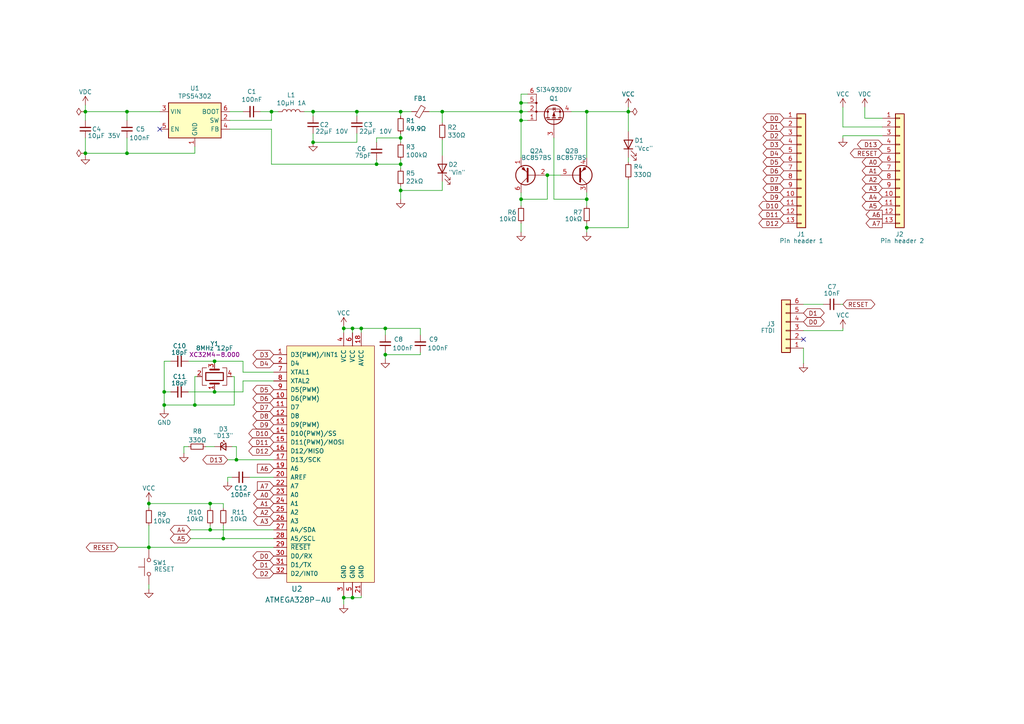
<source format=kicad_sch>
(kicad_sch (version 20211123) (generator eeschema)
  (paper "A4")
  (title_block (title "ATMEGA328P-AU Breadboard Adapter") (date "2023-03-04") (company "Retronics - Bjørner Sandom"))
  (lib_symbols
    (symbol "Connector_Generic:Conn_01x06" (pin_names (offset 1.016) hide)
      (property "Reference" "J" (at 0 7.62 0))
      (property "Value" "Conn_01x06" (at 0 -10.16 0))
      (symbol "Conn_01x06_1_1"
        (rectangle (start -1.27 -7.493) (end 0 -7.747) (stroke (width 0.1524)))
        (rectangle (start -1.27 -4.953) (end 0 -5.207) (stroke (width 0.1524)))
        (rectangle (start -1.27 -2.413) (end 0 -2.667) (stroke (width 0.1524)))
        (rectangle (start -1.27 0.127) (end 0 -0.127) (stroke (width 0.1524)))
        (rectangle (start -1.27 2.667) (end 0 2.413) (stroke (width 0.1524)))
        (rectangle (start -1.27 5.207) (end 0 4.953) (stroke (width 0.1524)))
        (rectangle (start -1.27 6.35) (end 1.27 -8.89) (stroke (width 0.254)) (fill (type background)))
        (pin passive line (at -5.08 5.08 0) (length 3.81) (name "Pin_1") (number "1"))
        (pin passive line (at -5.08 2.54 0) (length 3.81) (name "Pin_2") (number "2"))
        (pin passive line (at -5.08 0 0) (length 3.81) (name "Pin_3") (number "3"))
        (pin passive line (at -5.08 -2.54 0) (length 3.81) (name "Pin_4") (number "4"))
        (pin passive line (at -5.08 -5.08 0) (length 3.81) (name "Pin_5") (number "5"))
        (pin passive line (at -5.08 -7.62 0) (length 3.81) (name "Pin_6") (number "6"))
      )
    )
    (symbol "Connector_Generic:Conn_01x13" (pin_names (offset 1.016) hide)
      (property "Reference" "J" (at 0 17.78 0))
      (property "Value" "Conn_01x13" (at 0 -17.78 0))
      (symbol "Conn_01x13_1_1"
        (rectangle (start -1.27 -15.113) (end 0 -15.367) (stroke (width 0.1524)))
        (rectangle (start -1.27 -12.573) (end 0 -12.827) (stroke (width 0.1524)))
        (rectangle (start -1.27 -10.033) (end 0 -10.287) (stroke (width 0.1524)))
        (rectangle (start -1.27 -7.493) (end 0 -7.747) (stroke (width 0.1524)))
        (rectangle (start -1.27 -4.953) (end 0 -5.207) (stroke (width 0.1524)))
        (rectangle (start -1.27 -2.413) (end 0 -2.667) (stroke (width 0.1524)))
        (rectangle (start -1.27 0.127) (end 0 -0.127) (stroke (width 0.1524)))
        (rectangle (start -1.27 2.667) (end 0 2.413) (stroke (width 0.1524)))
        (rectangle (start -1.27 5.207) (end 0 4.953) (stroke (width 0.1524)))
        (rectangle (start -1.27 7.747) (end 0 7.493) (stroke (width 0.1524)))
        (rectangle (start -1.27 10.287) (end 0 10.033) (stroke (width 0.1524)))
        (rectangle (start -1.27 12.827) (end 0 12.573) (stroke (width 0.1524)))
        (rectangle (start -1.27 15.367) (end 0 15.113) (stroke (width 0.1524)))
        (rectangle (start -1.27 16.51) (end 1.27 -16.51) (stroke (width 0.254)) (fill (type background)))
        (pin passive line (at -5.08 15.24 0) (length 3.81) (name "Pin_1") (number "1"))
        (pin passive line (at -5.08 -7.62 0) (length 3.81) (name "Pin_10") (number "10"))
        (pin passive line (at -5.08 -10.16 0) (length 3.81) (name "Pin_11") (number "11"))
        (pin passive line (at -5.08 -12.7 0) (length 3.81) (name "Pin_12") (number "12"))
        (pin passive line (at -5.08 -15.24 0) (length 3.81) (name "Pin_13") (number "13"))
        (pin passive line (at -5.08 12.7 0) (length 3.81) (name "Pin_2") (number "2"))
        (pin passive line (at -5.08 10.16 0) (length 3.81) (name "Pin_3") (number "3"))
        (pin passive line (at -5.08 7.62 0) (length 3.81) (name "Pin_4") (number "4"))
        (pin passive line (at -5.08 5.08 0) (length 3.81) (name "Pin_5") (number "5"))
        (pin passive line (at -5.08 2.54 0) (length 3.81) (name "Pin_6") (number "6"))
        (pin passive line (at -5.08 0 0) (length 3.81) (name "Pin_7") (number "7"))
        (pin passive line (at -5.08 -2.54 0) (length 3.81) (name "Pin_8") (number "8"))
        (pin passive line (at -5.08 -5.08 0) (length 3.81) (name "Pin_9") (number "9"))
      )
    )
    (symbol "Device:C_Small" (pin_numbers hide) (pin_names (offset 0.254) hide)
      (property "Reference" "C" (at 0.254 1.778 0))
      (property "Value" "C_Small" (at 0.254 -2.032 0))
      (symbol "C_Small_0_1"
        (polyline (pts (xy -1.524 -0.508) (xy 1.524 -0.508)) (stroke (width 0.3302)))
        (polyline (pts (xy -1.524 0.508) (xy 1.524 0.508)) (stroke (width 0.3048)))
      )
      (symbol "C_Small_1_1"
        (pin passive line (at 0 2.54 270) (length 2.032) (name "~") (number "1"))
        (pin passive line (at 0 -2.54 90) (length 2.032) (name "~") (number "2"))
      )
    )
    (symbol "Device:Crystal_GND24" (pin_names (offset 1.016) hide)
      (property "Reference" "Y" (at 3.175 5.08 0))
      (property "Value" "Crystal_GND24" (at 3.175 3.175 0))
      (symbol "Crystal_GND24_0_1"
        (rectangle (start -1.143 2.54) (end 1.143 -2.54) (stroke (width 0.3048)))
        (polyline (pts (xy -2.54 0) (xy -2.032 0)))
        (polyline (pts (xy -2.032 -1.27) (xy -2.032 1.27)) (stroke (width 0.508)))
        (polyline (pts (xy 0 -3.81) (xy 0 -3.556)))
        (polyline (pts (xy 0 3.556) (xy 0 3.81)))
        (polyline (pts (xy 2.032 -1.27) (xy 2.032 1.27)) (stroke (width 0.508)))
        (polyline (pts (xy 2.032 0) (xy 2.54 0)))
        (polyline (pts (xy -2.54 -2.286) (xy -2.54 -3.556) (xy 2.54 -3.556) (xy 2.54 -2.286)))
        (polyline (pts (xy -2.54 2.286) (xy -2.54 3.556) (xy 2.54 3.556) (xy 2.54 2.286)))
      )
      (symbol "Crystal_GND24_1_1"
        (pin passive line (at -3.81 0 0) (length 1.27) (name "1") (number "1"))
        (pin passive line (at 0 5.08 270) (length 1.27) (name "2") (number "2"))
        (pin passive line (at 3.81 0 180) (length 1.27) (name "3") (number "3"))
        (pin passive line (at 0 -5.08 90) (length 1.27) (name "4") (number "4"))
      )
    )
    (symbol "Device:FerriteBead_Small" (pin_numbers hide) (pin_names (offset 0))
      (property "Reference" "FB" (at 1.905 1.27 0))
      (property "Value" "FerriteBead_Small" (at 1.905 -1.27 0))
      (symbol "FerriteBead_Small_0_1"
        (polyline (pts (xy 0 -1.27) (xy 0 -0.7874)))
        (polyline (pts (xy 0 0.889) (xy 0 1.2954)))
        (polyline (pts (xy -1.8288 0.2794) (xy -1.1176 1.4986) (xy 1.8288 -0.2032) (xy 1.1176 -1.4224) (xy -1.8288 0.2794)))
      )
      (symbol "FerriteBead_Small_1_1"
        (pin passive line (at 0 2.54 270) (length 1.27) (name "~") (number "1"))
        (pin passive line (at 0 -2.54 90) (length 1.27) (name "~") (number "2"))
      )
    )
    (symbol "Device:L" (pin_numbers hide) (pin_names (offset 1.016) hide)
      (property "Reference" "L" (at -1.27 0 90))
      (property "Value" "L" (at 1.905 0 90))
      (symbol "L_0_1"
        (arc (start 0 -2.54) (mid 0.635 -1.905) (end 0 -1.27))
        (arc (start 0 -1.27) (mid 0.635 -0.635) (end 0 0))
        (arc (start 0 0) (mid 0.635 0.635) (end 0 1.27))
        (arc (start 0 1.27) (mid 0.635 1.905) (end 0 2.54))
      )
      (symbol "L_1_1"
        (pin passive line (at 0 3.81 270) (length 1.27) (name "1") (number "1"))
        (pin passive line (at 0 -3.81 90) (length 1.27) (name "2") (number "2"))
      )
    )
    (symbol "Device:LED" (pin_numbers hide) (pin_names (offset 1.016) hide)
      (property "Reference" "D" (at 0 2.54 0))
      (property "Value" "LED" (at 0 -2.54 0))
      (symbol "LED_0_1"
        (polyline (pts (xy -1.27 -1.27) (xy -1.27 1.27)) (stroke (width 0.254)))
        (polyline (pts (xy -1.27 0) (xy 1.27 0)))
        (polyline (pts (xy 1.27 -1.27) (xy 1.27 1.27) (xy -1.27 0) (xy 1.27 -1.27)) (stroke (width 0.254)))
        (polyline (pts (xy -3.048 -0.762) (xy -4.572 -2.286) (xy -3.81 -2.286) (xy -4.572 -2.286) (xy -4.572 -1.524)))
        (polyline (pts (xy -1.778 -0.762) (xy -3.302 -2.286) (xy -2.54 -2.286) (xy -3.302 -2.286) (xy -3.302 -1.524)))
      )
      (symbol "LED_1_1"
        (pin passive line (at -3.81 0 0) (length 2.54) (name "K") (number "1"))
        (pin passive line (at 3.81 0 180) (length 2.54) (name "A") (number "2"))
      )
    )
    (symbol "Device:LED_Small" (pin_numbers hide) (pin_names (offset 0.254) hide)
      (property "Reference" "D" (at -1.27 3.175 0))
      (property "Value" "LED_Small" (at -4.445 -2.54 0))
      (symbol "LED_Small_0_1"
        (polyline (pts (xy -0.762 -1.016) (xy -0.762 1.016)) (stroke (width 0.254)))
        (polyline (pts (xy 1.016 0) (xy -0.762 0)))
        (polyline (pts (xy 0.762 -1.016) (xy -0.762 0) (xy 0.762 1.016) (xy 0.762 -1.016)) (stroke (width 0.254)))
        (polyline (pts (xy 0 0.762) (xy -0.508 1.27) (xy -0.254 1.27) (xy -0.508 1.27) (xy -0.508 1.016)))
        (polyline (pts (xy 0.508 1.27) (xy 0 1.778) (xy 0.254 1.778) (xy 0 1.778) (xy 0 1.524)))
      )
      (symbol "LED_Small_1_1"
        (pin passive line (at -2.54 0 0) (length 1.778) (name "K") (number "1"))
        (pin passive line (at 2.54 0 180) (length 1.778) (name "A") (number "2"))
      )
    )
    (symbol "Device:R_Small" (pin_numbers hide) (pin_names (offset 0.254) hide)
      (property "Reference" "R" (at 0.762 0.508 0))
      (property "Value" "R_Small" (at 0.762 -1.016 0))
      (symbol "R_Small_0_1"
        (rectangle (start -0.762 1.778) (end 0.762 -1.778) (stroke (width 0.2032)))
      )
      (symbol "R_Small_1_1"
        (pin passive line (at 0 2.54 270) (length 0.762) (name "~") (number "1"))
        (pin passive line (at 0 -2.54 90) (length 0.762) (name "~") (number "2"))
      )
    )
    (symbol "Regulator_Switching:TPS54302"
      (property "Reference" "U" (at -7.62 6.35 0))
      (property "Value" "TPS54302" (at 0 6.35 0))
      (symbol "TPS54302_0_1"
        (rectangle (start -7.62 5.08) (end 7.62 -5.08) (stroke (width 0.254)) (fill (type background)))
      )
      (symbol "TPS54302_1_1"
        (pin power_in line (at 0 -7.62 90) (length 2.54) (name "GND") (number "1"))
        (pin power_out line (at 10.16 0 180) (length 2.54) (name "SW") (number "2"))
        (pin power_in line (at -10.16 2.54 0) (length 2.54) (name "VIN") (number "3"))
        (pin input line (at 10.16 -2.54 180) (length 2.54) (name "FB") (number "4"))
        (pin input line (at -10.16 -2.54 0) (length 2.54) (name "EN") (number "5"))
        (pin passive line (at 10.16 2.54 180) (length 2.54) (name "BOOT") (number "6"))
      )
    )
    (symbol "Switch:SW_Push" (pin_numbers hide) (pin_names (offset 1.016) hide)
      (property "Reference" "SW" (at 1.27 2.54 0))
      (property "Value" "SW_Push" (at 0 -1.524 0))
      (symbol "SW_Push_0_1"
        (circle (center -2.032 0) (radius 0.508))
        (polyline (pts (xy 0 1.27) (xy 0 3.048)))
        (polyline (pts (xy 2.54 1.27) (xy -2.54 1.27)))
        (circle (center 2.032 0) (radius 0.508))
        (pin passive line (at -5.08 0 0) (length 2.54) (name "1") (number "1"))
        (pin passive line (at 5.08 0 180) (length 2.54) (name "2") (number "2"))
      )
    )
    (symbol "Transistor_BJT:BC857BS" (pin_names (offset 0) hide)
      (property "Reference" "Q" (at 5.08 1.27 0))
      (property "Value" "BC857BS" (at 5.08 -1.27 0))
      (symbol "BC857BS_0_1"
        (polyline (pts (xy 0.635 0) (xy -2.54 0)))
        (polyline (pts (xy 0.635 0.635) (xy 2.54 2.54)))
        (polyline (pts (xy 0.635 -0.635) (xy 2.54 -2.54) (xy 2.54 -2.54)))
        (polyline (pts (xy 0.635 1.905) (xy 0.635 -1.905) (xy 0.635 -1.905)) (stroke (width 0.508)))
        (polyline (pts (xy 2.286 -1.778) (xy 1.778 -2.286) (xy 1.27 -1.27) (xy 2.286 -1.778) (xy 2.286 -1.778)) (fill (type outline)))
        (circle (center 1.27 0) (radius 2.8194) (stroke (width 0.254)))
      )
      (symbol "BC857BS_1_1"
        (pin passive line (at 2.54 -5.08 90) (length 2.54) (name "E1") (number "1"))
        (pin input line (at -5.08 0 0) (length 2.54) (name "B1") (number "2"))
        (pin passive line (at 2.54 5.08 270) (length 2.54) (name "C1") (number "6"))
      )
      (symbol "BC857BS_2_1"
        (pin passive line (at 2.54 5.08 270) (length 2.54) (name "C2") (number "3"))
        (pin passive line (at 2.54 -5.08 90) (length 2.54) (name "E2") (number "4"))
        (pin input line (at -5.08 0 0) (length 2.54) (name "B2") (number "5"))
      )
    )
    (symbol "myDevices:ATMEGA328P-AU_Arduino" (pin_names (offset 1.016))
      (property "Reference" "U" (at -8.89 38.1 0))
      (property "Value" "ATMEGA328P-AU_Arduino" (at 13.97 1.27 90))
      (symbol "ATMEGA328P-AU_Arduino_0_1"
        (rectangle (start 16.51 35.56) (end -8.89 -33.02) (fill (type background)))
      )
      (symbol "ATMEGA328P-AU_Arduino_1_1"
        (pin bidirectional line (at -12.7 33.02 0) (length 3.81) (name "D3(PWM)/INT1") (number "1"))
        (pin bidirectional line (at -12.7 20.32 0) (length 3.81) (name "D6(PWM)") (number "10"))
        (pin bidirectional line (at -12.7 17.78 0) (length 3.81) (name "D7") (number "11"))
        (pin bidirectional line (at -12.7 15.24 0) (length 3.81) (name "D8") (number "12"))
        (pin bidirectional line (at -12.7 12.7 0) (length 3.81) (name "D9(PWM)") (number "13"))
        (pin bidirectional line (at -12.7 10.16 0) (length 3.81) (name "D10(PWM)/SS") (number "14"))
        (pin bidirectional line (at -12.7 7.62 0) (length 3.81) (name "D11(PWM)/MOSI") (number "15"))
        (pin bidirectional line (at -12.7 5.08 0) (length 3.81) (name "D12/MISO") (number "16"))
        (pin bidirectional line (at -12.7 2.54 0) (length 3.81) (name "D13/SCK") (number "17"))
        (pin power_in line (at 12.7 39.37 270) (length 3.81) (name "AVCC") (number "18"))
        (pin input line (at -12.7 0 0) (length 3.81) (name "A6") (number "19"))
        (pin bidirectional line (at -12.7 30.48 0) (length 3.81) (name "D4") (number "2"))
        (pin input line (at -12.7 -2.54 0) (length 3.81) (name "AREF") (number "20"))
        (pin power_in line (at 12.7 -36.83 90) (length 3.81) (name "GND") (number "21"))
        (pin input line (at -12.7 -5.08 0) (length 3.81) (name "A7") (number "22"))
        (pin bidirectional line (at -12.7 -7.62 0) (length 3.81) (name "A0") (number "23"))
        (pin bidirectional line (at -12.7 -10.16 0) (length 3.81) (name "A1") (number "24"))
        (pin bidirectional line (at -12.7 -12.7 0) (length 3.81) (name "A2") (number "25"))
        (pin bidirectional line (at -12.7 -15.24 0) (length 3.81) (name "A3") (number "26"))
        (pin bidirectional line (at -12.7 -17.78 0) (length 3.81) (name "A4/SDA") (number "27"))
        (pin bidirectional line (at -12.7 -20.32 0) (length 3.81) (name "A5/SCL") (number "28"))
        (pin bidirectional line (at -12.7 -22.86 0) (length 3.81) (name "~{RESET}") (number "29"))
        (pin power_in line (at 7.62 -36.83 90) (length 3.81) (name "GND") (number "3"))
        (pin bidirectional line (at -12.7 -25.4 0) (length 3.81) (name "D0/RX") (number "30"))
        (pin bidirectional line (at -12.7 -27.94 0) (length 3.81) (name "D1/TX") (number "31"))
        (pin bidirectional line (at -12.7 -30.48 0) (length 3.81) (name "D2/INT0") (number "32"))
        (pin power_in line (at 7.62 39.37 270) (length 3.81) (name "VCC") (number "4"))
        (pin power_in line (at 10.16 -36.83 90) (length 3.81) (name "GND") (number "5"))
        (pin power_in line (at 10.16 39.37 270) (length 3.81) (name "VCC") (number "6"))
        (pin bidirectional line (at -12.7 27.94 0) (length 3.81) (name "XTAL1") (number "7"))
        (pin bidirectional line (at -12.7 25.4 0) (length 3.81) (name "XTAL2") (number "8"))
        (pin bidirectional line (at -12.7 22.86 0) (length 3.81) (name "D5(PWM)") (number "9"))
      )
    )
    (symbol "myDevices:Si3493DDV" (pin_names hide)
      (property "Reference" "Q" (at 5.08 1.905 0))
      (property "Value" "Si3493DDV" (at 5.08 0 0))
      (symbol "Si3493DDV_0_1"
        (polyline (pts (xy 0 5.08) (xy 7.62 5.08)))
        (polyline (pts (xy 0.254 0) (xy -2.54 0)))
        (polyline (pts (xy 0.254 1.905) (xy 0.254 -1.905)) (stroke (width 0.254)))
        (polyline (pts (xy 0.762 -1.27) (xy 0.762 -2.286)) (stroke (width 0.254)))
        (polyline (pts (xy 0.762 0.508) (xy 0.762 -0.508)) (stroke (width 0.254)))
        (polyline (pts (xy 0.762 2.286) (xy 0.762 1.27)) (stroke (width 0.254)))
        (polyline (pts (xy 2.54 5.08) (xy 2.54 1.778)))
        (polyline (pts (xy 2.54 -2.54) (xy 2.54 0) (xy 0.762 0)))
        (polyline (pts (xy 0.762 1.778) (xy 3.302 1.778) (xy 3.302 -1.778) (xy 0.762 -1.778)))
        (polyline (pts (xy 2.286 0) (xy 1.27 0.381) (xy 1.27 -0.381) (xy 2.286 0)) (fill (type outline)))
        (polyline (pts (xy 2.794 -0.508) (xy 2.921 -0.381) (xy 3.683 -0.381) (xy 3.81 -0.254)))
        (polyline (pts (xy 3.302 -0.381) (xy 2.921 0.254) (xy 3.683 0.254) (xy 3.302 -0.381)))
        (circle (center 1.651 0) (radius 2.794) (stroke (width 0.254)))
        (circle (center 2.54 -1.778) (radius 0.254) (fill (type outline)))
        (circle (center 2.54 1.778) (radius 0.254) (fill (type outline)))
        (circle (center 2.54 5.08) (radius 0.254) (fill (type outline)))
        (circle (center 5.08 5.08) (radius 0.254) (fill (type outline)))
      )
      (symbol "Si3493DDV_1_1"
        (pin passive line (at 0 7.62 270) (length 2.54) (name "D") (number "1"))
        (pin passive line (at 2.54 7.62 270) (length 2.54) (name "D") (number "2"))
        (pin input line (at -5.08 0 0) (length 2.54) (name "G") (number "3"))
        (pin passive line (at 2.54 -5.08 90) (length 2.54) (name "S") (number "4"))
        (pin passive line (at 5.08 7.62 270) (length 2.54) (name "D") (number "5"))
        (pin passive line (at 7.62 7.62 270) (length 2.54) (name "D") (number "6"))
      )
    )
    (symbol "power:GND" (power) (pin_names (offset 0))
      (property "Value" "GND" (at 0 -3.81 0))
      (symbol "GND_0_1"
        (polyline (pts (xy 0 0) (xy 0 -1.27) (xy 1.27 -1.27) (xy 0 -2.54) (xy -1.27 -1.27) (xy 0 -1.27)))
      )
      (symbol "GND_1_1"
        (pin power_in line (at 0 0 270) (length 0) hide (name "GND") (number "1"))
      )
    )
    (symbol "power:PWR_FLAG" (power) (pin_numbers hide) (pin_names (offset 0) hide)
      (property "Value" "PWR_FLAG" (at 0 3.81 0))
      (symbol "PWR_FLAG_0_0"
        (pin power_out line (at 0 0 90) (length 0) (name "pwr") (number "1"))
      )
      (symbol "PWR_FLAG_0_1"
        (polyline (pts (xy 0 0) (xy 0 1.27) (xy -1.016 1.905) (xy 0 2.54) (xy 1.016 1.905) (xy 0 1.27)))
      )
    )
    (symbol "power:VCC" (power) (pin_names (offset 0))
      (property "Value" "VCC" (at 0 3.81 0))
      (symbol "VCC_0_1"
        (polyline (pts (xy -0.762 1.27) (xy 0 2.54)))
        (polyline (pts (xy 0 0) (xy 0 2.54)))
        (polyline (pts (xy 0 2.54) (xy 0.762 1.27)))
      )
      (symbol "VCC_1_1"
        (pin power_in line (at 0 0 90) (length 0) hide (name "VCC") (number "1"))
      )
    )
    (symbol "power:VDC" (power) (pin_names (offset 0))
      (property "Value" "VDC" (at 0 6.35 0))
      (symbol "VDC_0_1"
        (polyline (pts (xy -0.762 1.27) (xy 0 2.54)))
        (polyline (pts (xy 0 0) (xy 0 2.54)))
        (polyline (pts (xy 0 2.54) (xy 0.762 1.27)))
      )
      (symbol "VDC_1_1"
        (pin power_in line (at 0 0 90) (length 0) hide (name "VDC") (number "1"))
      )
    )
  )
  (junction (at 99.695 173.355))
  (junction (at 47.625 117.475))
  (junction (at 104.775 95.25))
  (junction (at 43.18 146.05))
  (junction (at 102.235 173.355))
  (junction (at 116.205 32.385))
  (junction (at 170.18 66.04))
  (junction (at 170.18 57.785))
  (junction (at 60.96 153.67))
  (junction (at 62.23 113.665))
  (junction (at 102.235 95.25))
  (junction (at 111.76 95.25))
  (junction (at 103.505 32.385))
  (junction (at 62.23 104.775))
  (junction (at 60.96 146.05))
  (junction (at 116.205 47.625))
  (junction (at 116.205 40.005))
  (junction (at 24.765 32.385))
  (junction (at 151.13 32.385))
  (junction (at 182.245 32.385))
  (junction (at 90.805 32.385))
  (junction (at 151.13 34.925))
  (junction (at 151.13 57.785))
  (junction (at 64.77 156.21))
  (junction (at 151.13 29.845))
  (junction (at 128.27 32.385))
  (junction (at 99.695 95.25))
  (junction (at 56.515 117.475))
  (junction (at 116.205 55.245))
  (junction (at 109.22 47.625))
  (junction (at 36.83 32.385))
  (junction (at 47.625 113.665))
  (junction (at 78.74 32.385))
  (junction (at 36.83 44.45))
  (junction (at 43.18 158.75))
  (junction (at 111.76 102.87))
  (junction (at 24.765 44.45))
  (junction (at 170.18 32.385))
  (junction (at 90.805 41.275))
  (junction (at 158.75 50.8))
  (junction (at 68.58 133.35))
  (no_connect (at 233.045 98.425))
  (no_connect (at 46.355 37.465))
  (wire (pts (xy 151.13 27.305) (xy 151.13 29.845)))
  (wire (pts (xy 62.23 104.775) (xy 70.485 104.775)))
  (wire (pts (xy 46.355 32.385) (xy 36.83 32.385)))
  (wire (pts (xy 56.515 109.22) (xy 56.515 117.475)))
  (wire (pts (xy 116.205 55.245) (xy 116.205 57.785)))
  (wire (pts (xy 47.625 118.745) (xy 47.625 117.475)))
  (wire (pts (xy 36.83 34.925) (xy 36.83 32.385)))
  (wire (pts (xy 62.23 113.03) (xy 62.23 113.665)))
  (wire (pts (xy 55.245 153.67) (xy 60.96 153.67)))
  (wire (pts (xy 56.515 117.475) (xy 67.945 117.475)))
  (wire (pts (xy 158.75 50.8) (xy 162.56 50.8)))
  (wire (pts (xy 70.485 107.95) (xy 79.375 107.95)))
  (wire (pts (xy 116.205 46.355) (xy 116.205 47.625)))
  (wire (pts (xy 99.695 173.355) (xy 99.695 172.72)))
  (wire (pts (xy 64.77 156.21) (xy 79.375 156.21)))
  (wire (pts (xy 244.475 39.37) (xy 244.475 40.005)))
  (wire (pts (xy 182.245 52.07) (xy 182.245 66.04)))
  (wire (pts (xy 102.235 172.72) (xy 102.235 173.355)))
  (wire (pts (xy 90.805 32.385) (xy 88.265 32.385)))
  (wire (pts (xy 102.235 95.25) (xy 104.775 95.25)))
  (wire (pts (xy 64.77 146.05) (xy 64.77 147.32)))
  (wire (pts (xy 47.625 117.475) (xy 47.625 113.665)))
  (wire (pts (xy 116.205 32.385) (xy 103.505 32.385)))
  (wire (pts (xy 36.83 40.005) (xy 36.83 44.45)))
  (wire (pts (xy 116.205 53.975) (xy 116.205 55.245)))
  (wire (pts (xy 43.18 158.75) (xy 79.375 158.75)))
  (wire (pts (xy 99.695 95.25) (xy 102.235 95.25)))
  (wire (pts (xy 43.18 145.415) (xy 43.18 146.05)))
  (wire (pts (xy 99.695 95.25) (xy 99.695 96.52)))
  (wire (pts (xy 54.61 104.775) (xy 62.23 104.775)))
  (wire (pts (xy 153.035 27.305) (xy 151.13 27.305)))
  (wire (pts (xy 70.485 104.775) (xy 70.485 107.95)))
  (wire (pts (xy 109.22 41.275) (xy 109.22 40.005)))
  (wire (pts (xy 79.375 110.49) (xy 70.485 110.49)))
  (wire (pts (xy 53.34 131.445) (xy 53.34 129.54)))
  (wire (pts (xy 165.735 32.385) (xy 170.18 32.385)))
  (wire (pts (xy 153.035 29.845) (xy 151.13 29.845)))
  (wire (pts (xy 109.22 47.625) (xy 116.205 47.625)))
  (wire (pts (xy 90.805 41.275) (xy 90.805 38.735)))
  (wire (pts (xy 72.39 138.43) (xy 79.375 138.43)))
  (wire (pts (xy 109.22 46.355) (xy 109.22 47.625)))
  (wire (pts (xy 244.475 31.115) (xy 244.475 36.83)))
  (wire (pts (xy 170.18 64.77) (xy 170.18 66.04)))
  (wire (pts (xy 121.92 102.87) (xy 121.92 102.235)))
  (wire (pts (xy 243.84 88.265) (xy 244.475 88.265)))
  (wire (pts (xy 36.83 44.45) (xy 56.515 44.45)))
  (wire (pts (xy 244.475 36.83) (xy 255.905 36.83)))
  (wire (pts (xy 62.23 104.775) (xy 62.23 105.41)))
  (wire (pts (xy 60.96 153.67) (xy 79.375 153.67)))
  (wire (pts (xy 90.805 33.655) (xy 90.805 32.385)))
  (wire (pts (xy 59.69 129.54) (xy 62.23 129.54)))
  (wire (pts (xy 182.245 32.385) (xy 182.245 38.1)))
  (wire (pts (xy 66.04 138.43) (xy 66.04 139.7)))
  (wire (pts (xy 244.475 95.885) (xy 233.045 95.885)))
  (wire (pts (xy 24.765 40.005) (xy 24.765 44.45)))
  (wire (pts (xy 160.655 57.785) (xy 170.18 57.785)))
  (wire (pts (xy 78.74 47.625) (xy 78.74 37.465)))
  (wire (pts (xy 233.045 88.265) (xy 238.76 88.265)))
  (wire (pts (xy 182.245 31.115) (xy 182.245 32.385)))
  (wire (pts (xy 170.18 32.385) (xy 170.18 45.72)))
  (wire (pts (xy 103.505 41.275) (xy 90.805 41.275)))
  (wire (pts (xy 158.75 57.785) (xy 158.75 50.8)))
  (wire (pts (xy 60.96 152.4) (xy 60.96 153.67)))
  (wire (pts (xy 49.53 113.665) (xy 47.625 113.665)))
  (wire (pts (xy 43.18 146.05) (xy 60.96 146.05)))
  (wire (pts (xy 160.655 40.005) (xy 160.655 57.785)))
  (wire (pts (xy 104.775 95.25) (xy 111.76 95.25)))
  (wire (pts (xy 151.13 32.385) (xy 151.13 34.925)))
  (wire (pts (xy 66.675 34.925) (xy 78.74 34.925)))
  (wire (pts (xy 43.18 152.4) (xy 43.18 158.75)))
  (wire (pts (xy 121.92 95.25) (xy 121.92 97.155)))
  (wire (pts (xy 47.625 117.475) (xy 56.515 117.475)))
  (wire (pts (xy 151.13 34.925) (xy 151.13 45.72)))
  (wire (pts (xy 104.775 173.355) (xy 102.235 173.355)))
  (wire (pts (xy 102.235 173.355) (xy 99.695 173.355)))
  (wire (pts (xy 128.27 52.705) (xy 128.27 55.245)))
  (wire (pts (xy 67.31 138.43) (xy 66.04 138.43)))
  (wire (pts (xy 99.695 173.355) (xy 99.695 175.26)))
  (wire (pts (xy 68.58 129.54) (xy 68.58 133.35)))
  (wire (pts (xy 151.13 57.785) (xy 151.13 59.69)))
  (wire (pts (xy 116.205 33.655) (xy 116.205 32.385)))
  (wire (pts (xy 64.77 152.4) (xy 64.77 156.21)))
  (wire (pts (xy 111.76 102.87) (xy 111.76 104.14)))
  (wire (pts (xy 111.76 95.25) (xy 111.76 97.155)))
  (wire (pts (xy 66.675 32.385) (xy 70.485 32.385)))
  (wire (pts (xy 75.565 32.385) (xy 78.74 32.385)))
  (wire (pts (xy 111.76 102.87) (xy 121.92 102.87)))
  (wire (pts (xy 116.205 40.005) (xy 116.205 41.275)))
  (wire (pts (xy 43.18 146.05) (xy 43.18 147.32)))
  (wire (pts (xy 68.58 133.35) (xy 79.375 133.35)))
  (wire (pts (xy 24.765 44.45) (xy 24.765 45.085)))
  (wire (pts (xy 24.765 32.385) (xy 24.765 34.925)))
  (wire (pts (xy 36.83 32.385) (xy 24.765 32.385)))
  (wire (pts (xy 151.13 55.88) (xy 151.13 57.785)))
  (wire (pts (xy 54.61 113.665) (xy 62.23 113.665)))
  (wire (pts (xy 78.74 37.465) (xy 66.675 37.465)))
  (wire (pts (xy 103.505 32.385) (xy 90.805 32.385)))
  (wire (pts (xy 103.505 38.735) (xy 103.505 41.275)))
  (wire (pts (xy 244.475 95.25) (xy 244.475 95.885)))
  (wire (pts (xy 109.22 40.005) (xy 116.205 40.005)))
  (wire (pts (xy 67.31 129.54) (xy 68.58 129.54)))
  (wire (pts (xy 250.825 34.29) (xy 255.905 34.29)))
  (wire (pts (xy 182.245 66.04) (xy 170.18 66.04)))
  (wire (pts (xy 128.27 40.64) (xy 128.27 45.085)))
  (wire (pts (xy 47.625 104.775) (xy 49.53 104.775)))
  (wire (pts (xy 43.18 169.545) (xy 43.18 170.815)))
  (wire (pts (xy 47.625 113.665) (xy 47.625 104.775)))
  (wire (pts (xy 55.245 156.21) (xy 64.77 156.21)))
  (wire (pts (xy 128.27 32.385) (xy 151.13 32.385)))
  (wire (pts (xy 56.515 44.45) (xy 56.515 42.545)))
  (wire (pts (xy 78.74 34.925) (xy 78.74 32.385)))
  (wire (pts (xy 67.945 117.475) (xy 67.945 109.22)))
  (wire (pts (xy 182.245 32.385) (xy 170.18 32.385)))
  (wire (pts (xy 182.245 45.72) (xy 182.245 46.99)))
  (wire (pts (xy 124.46 32.385) (xy 128.27 32.385)))
  (wire (pts (xy 53.34 129.54) (xy 54.61 129.54)))
  (wire (pts (xy 111.76 102.235) (xy 111.76 102.87)))
  (wire (pts (xy 116.205 47.625) (xy 116.205 48.895)))
  (wire (pts (xy 102.235 95.25) (xy 102.235 96.52)))
  (wire (pts (xy 170.18 55.88) (xy 170.18 57.785)))
  (wire (pts (xy 170.18 57.785) (xy 170.18 59.69)))
  (wire (pts (xy 36.83 44.45) (xy 24.765 44.45)))
  (wire (pts (xy 151.13 64.77) (xy 151.13 67.31)))
  (wire (pts (xy 151.13 57.785) (xy 158.75 57.785)))
  (wire (pts (xy 153.035 32.385) (xy 151.13 32.385)))
  (wire (pts (xy 34.29 158.75) (xy 43.18 158.75)))
  (wire (pts (xy 128.27 32.385) (xy 128.27 35.56)))
  (wire (pts (xy 250.825 31.115) (xy 250.825 34.29)))
  (wire (pts (xy 62.23 113.665) (xy 70.485 113.665)))
  (wire (pts (xy 66.04 133.35) (xy 68.58 133.35)))
  (wire (pts (xy 116.205 32.385) (xy 119.38 32.385)))
  (wire (pts (xy 116.205 38.735) (xy 116.205 40.005)))
  (wire (pts (xy 104.775 172.72) (xy 104.775 173.355)))
  (wire (pts (xy 99.695 94.615) (xy 99.695 95.25)))
  (wire (pts (xy 43.18 159.385) (xy 43.18 158.75)))
  (wire (pts (xy 233.045 100.965) (xy 233.045 105.41)))
  (wire (pts (xy 67.945 109.22) (xy 67.31 109.22)))
  (wire (pts (xy 103.505 33.655) (xy 103.505 32.385)))
  (wire (pts (xy 60.96 146.05) (xy 60.96 147.32)))
  (wire (pts (xy 104.775 95.25) (xy 104.775 96.52)))
  (wire (pts (xy 170.18 66.04) (xy 170.18 67.31)))
  (wire (pts (xy 70.485 110.49) (xy 70.485 113.665)))
  (wire (pts (xy 24.765 30.48) (xy 24.765 32.385)))
  (wire (pts (xy 57.15 109.22) (xy 56.515 109.22)))
  (wire (pts (xy 111.76 95.25) (xy 121.92 95.25)))
  (wire (pts (xy 78.74 32.385) (xy 80.645 32.385)))
  (wire (pts (xy 60.96 146.05) (xy 64.77 146.05)))
  (wire (pts (xy 151.13 29.845) (xy 151.13 32.385)))
  (wire (pts (xy 153.035 34.925) (xy 151.13 34.925)))
  (wire (pts (xy 255.905 39.37) (xy 244.475 39.37)))
  (wire (pts (xy 109.22 47.625) (xy 78.74 47.625)))
  (wire (pts (xy 116.205 55.245) (xy 128.27 55.245)))
  (global_label "RESET" (shape bidirectional) (at 244.475 88.265 0) (property "Intersheet References" "${INTERSHEET_REFS}" (effects hide)))
  (global_label "D13" (shape bidirectional) (at 66.04 133.35 180) (property "Intersheet References" "${INTERSHEET_REFS}" (effects hide)))
  (global_label "D9" (shape bidirectional) (at 79.375 123.19 180) (property "Intersheet References" "${INTERSHEET_REFS}" (effects hide)))
  (global_label "A5" (shape bidirectional) (at 55.245 156.21 180) (property "Intersheet References" "${INTERSHEET_REFS}" (effects hide)))
  (global_label "D4" (shape bidirectional) (at 227.33 44.45 180) (property "Intersheet References" "${INTERSHEET_REFS}" (effects hide)))
  (global_label "D11" (shape bidirectional) (at 227.33 62.23 180) (property "Intersheet References" "${INTERSHEET_REFS}" (effects hide)))
  (global_label "D12" (shape bidirectional) (at 79.375 130.81 180) (property "Intersheet References" "${INTERSHEET_REFS}" (effects hide)))
  (global_label "A2" (shape bidirectional) (at 79.375 148.59 180) (property "Intersheet References" "${INTERSHEET_REFS}" (effects hide)))
  (global_label "RESET" (shape bidirectional) (at 34.29 158.75 180) (property "Intersheet References" "${INTERSHEET_REFS}" (effects hide)))
  (global_label "A4" (shape bidirectional) (at 55.245 153.67 180) (property "Intersheet References" "${INTERSHEET_REFS}" (effects hide)))
  (global_label "A6" (shape input) (at 79.375 135.89 180) (property "Intersheet References" "${INTERSHEET_REFS}" (effects hide)))
  (global_label "D10" (shape bidirectional) (at 79.375 125.73 180) (property "Intersheet References" "${INTERSHEET_REFS}" (effects hide)))
  (global_label "A2" (shape bidirectional) (at 255.905 52.07 180) (property "Intersheet References" "${INTERSHEET_REFS}" (effects hide)))
  (global_label "D12" (shape bidirectional) (at 227.33 64.77 180) (property "Intersheet References" "${INTERSHEET_REFS}" (effects hide)))
  (global_label "D1" (shape bidirectional) (at 227.33 36.83 180) (property "Intersheet References" "${INTERSHEET_REFS}" (effects hide)))
  (global_label "D13" (shape bidirectional) (at 255.905 41.91 180) (property "Intersheet References" "${INTERSHEET_REFS}" (effects hide)))
  (global_label "A4" (shape bidirectional) (at 255.905 57.15 180) (property "Intersheet References" "${INTERSHEET_REFS}" (effects hide)))
  (global_label "D9" (shape bidirectional) (at 227.33 57.15 180) (property "Intersheet References" "${INTERSHEET_REFS}" (effects hide)))
  (global_label "A1" (shape bidirectional) (at 79.375 146.05 180) (property "Intersheet References" "${INTERSHEET_REFS}" (effects hide)))
  (global_label "D10" (shape bidirectional) (at 227.33 59.69 180) (property "Intersheet References" "${INTERSHEET_REFS}" (effects hide)))
  (global_label "D6" (shape bidirectional) (at 79.375 115.57 180) (property "Intersheet References" "${INTERSHEET_REFS}" (effects hide)))
  (global_label "D5" (shape bidirectional) (at 79.375 113.03 180) (property "Intersheet References" "${INTERSHEET_REFS}" (effects hide)))
  (global_label "D0" (shape bidirectional) (at 233.045 93.345 0) (property "Intersheet References" "${INTERSHEET_REFS}" (effects hide)))
  (global_label "A0" (shape bidirectional) (at 79.375 143.51 180) (property "Intersheet References" "${INTERSHEET_REFS}" (effects hide)))
  (global_label "D8" (shape bidirectional) (at 79.375 120.65 180) (property "Intersheet References" "${INTERSHEET_REFS}" (effects hide)))
  (global_label "D3" (shape bidirectional) (at 79.375 102.87 180) (property "Intersheet References" "${INTERSHEET_REFS}" (effects hide)))
  (global_label "A7" (shape output) (at 255.905 64.77 180) (property "Intersheet References" "${INTERSHEET_REFS}" (effects hide)))
  (global_label "A7" (shape input) (at 79.375 140.97 180) (property "Intersheet References" "${INTERSHEET_REFS}" (effects hide)))
  (global_label "A5" (shape bidirectional) (at 255.905 59.69 180) (property "Intersheet References" "${INTERSHEET_REFS}" (effects hide)))
  (global_label "D1" (shape bidirectional) (at 233.045 90.805 0) (property "Intersheet References" "${INTERSHEET_REFS}" (effects hide)))
  (global_label "A6" (shape output) (at 255.905 62.23 180) (property "Intersheet References" "${INTERSHEET_REFS}" (effects hide)))
  (global_label "D0" (shape bidirectional) (at 227.33 34.29 180) (property "Intersheet References" "${INTERSHEET_REFS}" (effects hide)))
  (global_label "D5" (shape bidirectional) (at 227.33 46.99 180) (property "Intersheet References" "${INTERSHEET_REFS}" (effects hide)))
  (global_label "D7" (shape bidirectional) (at 79.375 118.11 180) (property "Intersheet References" "${INTERSHEET_REFS}" (effects hide)))
  (global_label "D4" (shape bidirectional) (at 79.375 105.41 180) (property "Intersheet References" "${INTERSHEET_REFS}" (effects hide)))
  (global_label "A3" (shape bidirectional) (at 79.375 151.13 180) (property "Intersheet References" "${INTERSHEET_REFS}" (effects hide)))
  (global_label "A1" (shape bidirectional) (at 255.905 49.53 180) (property "Intersheet References" "${INTERSHEET_REFS}" (effects hide)))
  (global_label "D0" (shape bidirectional) (at 79.375 161.29 180) (property "Intersheet References" "${INTERSHEET_REFS}" (effects hide)))
  (global_label "A3" (shape bidirectional) (at 255.905 54.61 180) (property "Intersheet References" "${INTERSHEET_REFS}" (effects hide)))
  (global_label "D2" (shape bidirectional) (at 79.375 166.37 180) (property "Intersheet References" "${INTERSHEET_REFS}" (effects hide)))
  (global_label "D2" (shape bidirectional) (at 227.33 39.37 180) (property "Intersheet References" "${INTERSHEET_REFS}" (effects hide)))
  (global_label "D1" (shape bidirectional) (at 79.375 163.83 180) (property "Intersheet References" "${INTERSHEET_REFS}" (effects hide)))
  (global_label "D7" (shape bidirectional) (at 227.33 52.07 180) (property "Intersheet References" "${INTERSHEET_REFS}" (effects hide)))
  (global_label "A0" (shape bidirectional) (at 255.905 46.99 180) (property "Intersheet References" "${INTERSHEET_REFS}" (effects hide)))
  (global_label "D6" (shape bidirectional) (at 227.33 49.53 180) (property "Intersheet References" "${INTERSHEET_REFS}" (effects hide)))
  (global_label "RESET" (shape bidirectional) (at 255.905 44.45 180) (property "Intersheet References" "${INTERSHEET_REFS}" (effects hide)))
  (global_label "D3" (shape bidirectional) (at 227.33 41.91 180) (property "Intersheet References" "${INTERSHEET_REFS}" (effects hide)))
  (global_label "D11" (shape bidirectional) (at 79.375 128.27 180) (property "Intersheet References" "${INTERSHEET_REFS}" (effects hide)))
  (global_label "D8" (shape bidirectional) (at 227.33 54.61 180) (property "Intersheet References" "${INTERSHEET_REFS}" (effects hide)))
  (symbol (lib_id "Device:C_Small") (at 103.505 36.195 180) (unit 1)
    (property "Reference" "C3" (at 105.41 36.195 0) (effects (justify right)))
    (property "Value" "22µF 10V" (at 104.14 38.1 0) (effects (justify right)))
    (property "Footprint" "Capacitor_SMD:C_0603_1608Metric_Pad1.08x0.95mm_HandSolder" (effects hide))
  )
  (symbol (lib_id "Device:C_Small") (at 36.83 37.465 180) (unit 1)
    (property "Reference" "C5" (at 39.37 37.465 0) (effects (justify right)))
    (property "Value" "100nF" (at 37.465 40.005 0) (effects (justify right)))
    (property "Footprint" "Capacitor_SMD:C_0603_1608Metric_Pad1.08x0.95mm_HandSolder" (effects hide))
  )
  (symbol (lib_id "Connector_Generic:Conn_01x06") (at 227.965 95.885 180) (unit 1)
    (property "Reference" "J3" (at 224.79 93.98 0) (effects (justify left)))
    (property "Value" "FTDI" (at 224.79 95.885 0) (effects (justify left)))
    (property "Footprint" "Connector_PinHeader_2.54mm:PinHeader_1x06_P2.54mm_Vertical" (effects hide))
  )
  (symbol (lib_id "myDevices:ATMEGA328P-AU_Arduino") (at 92.075 135.89 0) (unit 1)
    (property "Reference" "U2" (at 84.455 170.815 0) (effects (font (size 1.524 1.524)) (justify left)))
    (property "Value" "ATMEGA328P-AU" (at 76.835 173.99 0) (effects (font (size 1.524 1.524)) (justify left)))
    (property "Footprint" "digikey-footprints:TQFP-32_7x7mm" (effects hide))
  )
  (symbol (lib_id "Device:LED") (at 182.245 41.91 90) (unit 1)
    (property "Reference" "D1" (at 184.023 40.7416 90) (effects (justify right)))
    (property "Value" "\"Vcc\"" (at 184.023 43.053 90) (effects (justify right)))
    (property "Footprint" "LED_SMD:LED_0603_1608Metric_Pad1.05x0.95mm_HandSolder" (effects hide))
  )
  (symbol (lib_id "power:GND") (at 170.18 67.31 0) (unit 1)
    (property "Reference" "#PWR010" (effects hide))
    (property "Value" "GNDPWR" (effects hide))
  )
  (symbol (lib_id "power:GND") (at 233.045 105.41 0) (unit 1)
    (property "Reference" "#PWR014" (effects hide))
    (property "Value" "GNDPWR" (effects hide))
  )
  (symbol (lib_id "Device:LED_Small") (at 64.77 129.54 0) (unit 1)
    (property "Reference" "D3" (at 64.77 124.46 0))
    (property "Value" "\"D13\"" (at 64.77 126.365 0))
    (property "Footprint" "LED_SMD:LED_0603_1608Metric_Pad1.05x0.95mm_HandSolder" (effects hide))
  )
  (symbol (lib_id "power:GND") (at 43.18 170.815 0) (unit 1)
    (property "Reference" "#PWR019" (effects hide))
    (property "Value" "GNDPWR" (effects hide))
  )
  (symbol (lib_id "Device:C_Small") (at 52.07 113.665 270) (unit 1)
    (property "Reference" "C11" (at 52.07 109.22 90))
    (property "Value" "18pF" (at 52.07 111.125 90))
    (property "Footprint" "Capacitor_SMD:C_0603_1608Metric_Pad1.08x0.95mm_HandSolder" (effects hide))
  )
  (symbol (lib_id "Device:C_Small") (at 241.3 88.265 90) (unit 1)
    (property "Reference" "C7" (at 241.3 83.185 90))
    (property "Value" "10nF" (at 241.3 85.09 90))
    (property "Footprint" "Capacitor_SMD:C_0603_1608Metric_Pad1.08x0.95mm_HandSolder" (effects hide))
  )
  (symbol (lib_id "Device:R_Small") (at 57.15 129.54 90) (unit 1)
    (property "Reference" "R8" (at 55.88 125.095 90) (effects (justify right)))
    (property "Value" "330Ω" (at 54.61 127.635 90) (effects (justify right)))
    (property "Footprint" "Resistor_SMD:R_0603_1608Metric_Pad0.98x0.95mm_HandSolder" (effects hide))
  )
  (symbol (lib_id "power:PWR_FLAG") (at 24.765 32.385 90) (unit 1)
    (property "Reference" "#FLG01" (effects hide))
    (property "Value" "PWR_FLAG" (effects hide))
  )
  (symbol (lib_id "power:GND") (at 111.76 104.14 0) (unit 1)
    (property "Reference" "#PWR013" (effects hide))
    (property "Value" "GNDPWR" (effects hide))
  )
  (symbol (lib_id "power:VCC") (at 182.245 31.115 0) (unit 1)
    (property "Reference" "#PWR02" (effects hide))
    (property "Value" "VCC" (at 182.245 27.305 0))
  )
  (symbol (lib_id "Device:R_Small") (at 64.77 149.86 0) (unit 1)
    (property "Reference" "R11" (at 71.12 148.59 0) (effects (justify right)))
    (property "Value" "10kΩ" (at 71.755 150.495 0) (effects (justify right)))
    (property "Footprint" "Resistor_SMD:R_0603_1608Metric_Pad0.98x0.95mm_HandSolder" (effects hide))
  )
  (symbol (lib_id "Device:R_Small") (at 151.13 62.23 180) (unit 1)
    (property "Reference" "R6" (at 149.86 61.595 0) (effects (justify left)))
    (property "Value" "10kΩ" (at 149.86 63.5 0) (effects (justify left)))
    (property "Footprint" "Resistor_SMD:R_0603_1608Metric_Pad0.98x0.95mm_HandSolder" (effects hide))
  )
  (symbol (lib_id "power:VDC") (at 24.765 30.48 0) (unit 1)
    (property "Reference" "#PWR01" (effects hide))
    (property "Value" "VDC" (at 24.765 26.67 0))
  )
  (symbol (lib_id "Device:Crystal_GND24") (at 62.23 109.22 90) (unit 1)
    (property "Reference" "Y1" (at 62.23 99.695 90))
    (property "Value" "8MHz 12pF" (at 62.23 100.965 90))
    (property "Footprint" "Crystal:Crystal_SMD_SeikoEpson_TSX3225-4Pin_3.2x2.5mm_HandSoldering" (effects hide))
    (property "Comments" "XC32M4-8.000" (at 62.23 102.87 90))
  )
  (symbol (lib_id "power:GND") (at 90.805 41.275 0) (unit 1)
    (property "Reference" "#PWR06" (effects hide))
    (property "Value" "GNDPWR" (effects hide))
  )
  (symbol (lib_id "Device:R_Small") (at 116.205 43.815 0) (unit 1)
    (property "Reference" "R3" (at 117.7036 42.6466 0) (effects (justify left)))
    (property "Value" "100kΩ" (at 117.7036 44.958 0) (effects (justify left)))
    (property "Footprint" "Resistor_SMD:R_0603_1608Metric_Pad0.98x0.95mm_HandSolder" (effects hide))
  )
  (symbol (lib_id "power:GND") (at 53.34 131.445 0) (unit 1)
    (property "Reference" "#PWR016" (effects hide))
    (property "Value" "GNDPWR" (effects hide))
  )
  (symbol (lib_id "power:VCC") (at 99.695 94.615 0) (unit 1)
    (property "Reference" "#PWR011" (effects hide))
    (property "Value" "VCC" (at 99.695 90.805 0))
  )
  (symbol (lib_id "Connector_Generic:Conn_01x13") (at 260.985 49.53 0) (unit 1)
    (property "Reference" "J2" (at 259.715 67.945 0) (effects (justify left)))
    (property "Value" "Pin header 2" (at 255.27 69.85 0) (effects (justify left)))
    (property "Footprint" "Connector_PinHeader_2.54mm:PinHeader_1x13_P2.54mm_Vertical" (effects hide))
  )
  (symbol (lib_id "power:GND") (at 116.205 57.785 0) (unit 1)
    (property "Reference" "#PWR08" (effects hide))
    (property "Value" "GNDPWR" (effects hide))
  )
  (symbol (lib_id "Device:R_Small") (at 116.205 36.195 0) (unit 1)
    (property "Reference" "R1" (at 117.7036 35.0266 0) (effects (justify left)))
    (property "Value" "49.9Ω" (at 117.7036 37.338 0) (effects (justify left)))
    (property "Footprint" "Resistor_SMD:R_0603_1608Metric_Pad0.98x0.95mm_HandSolder" (effects hide))
  )
  (symbol (lib_id "power:VCC") (at 244.475 31.115 0) (unit 1)
    (property "Reference" "#PWR03" (effects hide))
    (property "Value" "VCC" (at 244.475 27.305 0))
  )
  (symbol (lib_id "Device:LED") (at 128.27 48.895 90) (unit 1)
    (property "Reference" "D2" (at 130.048 47.7266 90) (effects (justify right)))
    (property "Value" "\"Vin\"" (at 130.048 50.038 90) (effects (justify right)))
    (property "Footprint" "LED_SMD:LED_0603_1608Metric_Pad1.05x0.95mm_HandSolder" (effects hide))
  )
  (symbol (lib_id "power:GND") (at 24.765 45.085 0) (unit 1)
    (property "Reference" "#PWR07" (effects hide))
    (property "Value" "GNDPWR" (effects hide))
  )
  (symbol (lib_id "power:GND") (at 99.695 175.26 0) (unit 1)
    (property "Reference" "#PWR020" (effects hide))
    (property "Value" "GNDPWR" (effects hide))
  )
  (symbol (lib_id "power:PWR_FLAG") (at 182.245 32.385 270) (unit 1)
    (property "Reference" "#FLG02" (effects hide))
    (property "Value" "PWR_FLAG" (effects hide))
  )
  (symbol (lib_id "Device:R_Small") (at 116.205 51.435 0) (unit 1)
    (property "Reference" "R5" (at 117.7036 50.2666 0) (effects (justify left)))
    (property "Value" "22kΩ" (at 117.7036 52.578 0) (effects (justify left)))
    (property "Footprint" "Resistor_SMD:R_0603_1608Metric_Pad0.98x0.95mm_HandSolder" (effects hide))
  )
  (symbol (lib_id "Device:C_Small") (at 24.765 37.465 180) (unit 1)
    (property "Reference" "C4" (at 26.67 37.465 0) (effects (justify right)))
    (property "Value" "10µF 35V" (at 25.4 39.37 0) (effects (justify right)))
    (property "Footprint" "Capacitor_SMD:C_0603_1608Metric_Pad1.08x0.95mm_HandSolder" (effects hide))
  )
  (symbol (lib_id "power:GND") (at 66.04 139.7 0) (unit 1)
    (property "Reference" "#PWR017" (effects hide))
    (property "Value" "GNDPWR" (effects hide))
  )
  (symbol (lib_id "Device:C_Small") (at 69.85 138.43 90) (unit 1)
    (property "Reference" "C12" (at 69.85 141.605 90))
    (property "Value" "100nF" (at 69.85 143.51 90))
    (property "Footprint" "Capacitor_SMD:C_0603_1608Metric_Pad1.08x0.95mm_HandSolder" (effects hide))
  )
  (symbol (lib_id "Device:C_Small") (at 73.025 32.385 270) (unit 1)
    (property "Reference" "C1" (at 73.025 26.5684 90))
    (property "Value" "100nF" (at 73.025 28.8798 90))
    (property "Footprint" "Capacitor_SMD:C_0603_1608Metric_Pad1.08x0.95mm_HandSolder" (effects hide))
  )
  (symbol (lib_id "Device:R_Small") (at 43.18 149.86 0) (unit 1)
    (property "Reference" "R9" (at 48.26 149.225 0) (effects (justify right)))
    (property "Value" "10kΩ" (at 49.53 151.13 0) (effects (justify right)))
    (property "Footprint" "Resistor_SMD:R_0603_1608Metric_Pad0.98x0.95mm_HandSolder" (effects hide))
  )
  (symbol (lib_id "Device:C_Small") (at 121.92 99.695 180) (unit 1)
    (property "Reference" "C9" (at 125.73 98.425 0))
    (property "Value" "100nF" (at 127 100.965 0))
    (property "Footprint" "Capacitor_SMD:C_0603_1608Metric_Pad1.08x0.95mm_HandSolder" (effects hide))
  )
  (symbol (lib_id "Device:C_Small") (at 109.22 43.815 180) (unit 1)
    (property "Reference" "C6" (at 103.505 43.18 0) (effects (justify right)))
    (property "Value" "75pF" (at 102.87 45.085 0) (effects (justify right)))
    (property "Footprint" "Capacitor_SMD:C_0603_1608Metric_Pad1.08x0.95mm_HandSolder" (effects hide))
  )
  (symbol (lib_id "Device:C_Small") (at 90.805 36.195 180) (unit 1)
    (property "Reference" "C2" (at 92.71 36.195 0) (effects (justify right)))
    (property "Value" "22µF 10V" (at 91.44 38.1 0) (effects (justify right)))
    (property "Footprint" "Capacitor_SMD:C_0603_1608Metric_Pad1.08x0.95mm_HandSolder" (effects hide))
  )
  (symbol (lib_id "myDevices:Si3493DDV") (at 160.655 34.925 90) (unit 1)
    (property "Reference" "Q1" (at 160.655 28.575 90))
    (property "Value" "Si3493DDV" (at 160.655 26.035 90))
    (property "Footprint" "SamacSys_Parts:SOT95P280X100-6N" (effects hide))
  )
  (symbol (lib_id "Device:C_Small") (at 111.76 99.695 180) (unit 1)
    (property "Reference" "C8" (at 115.57 98.425 0))
    (property "Value" "100nF" (at 116.84 100.965 0))
    (property "Footprint" "Capacitor_SMD:C_0603_1608Metric_Pad1.08x0.95mm_HandSolder" (effects hide))
  )
  (symbol (lib_id "Transistor_BJT:BC857BS") (at 167.64 50.8 0) (mirror x) (unit 2)
    (property "Reference" "Q2" (at 163.83 43.815 0) (effects (justify left)))
    (property "Value" "BC857BS" (at 161.29 45.72 0) (effects (justify left)))
    (property "Footprint" "myDevices:SOT-363_SC-70-6-Handsoldering" (effects hide))
    (property "Datasheet" "https://assets.nexperia.com/documents/data-sheet/BC857BS.pdf" (effects hide))
  )
  (symbol (lib_id "power:PWR_FLAG") (at 24.765 44.45 90) (unit 1)
    (property "Reference" "#FLG03" (effects hide))
    (property "Value" "PWR_FLAG" (effects hide))
  )
  (symbol (lib_id "Regulator_Switching:TPS54302") (at 56.515 34.925 0) (unit 1)
    (property "Reference" "U1" (at 56.515 25.6032 0))
    (property "Value" "TPS54302" (at 56.515 27.9146 0))
    (property "Footprint" "Package_TO_SOT_SMD:SOT-23-6_Handsoldering" (effects hide))
    (property "Datasheet" "http://www.ti.com/lit/ds/symlink/tps54302.pdf" (effects hide))
  )
  (symbol (lib_id "power:GND") (at 151.13 67.31 0) (unit 1)
    (property "Reference" "#PWR09" (effects hide))
    (property "Value" "GNDPWR" (effects hide))
  )
  (symbol (lib_id "Device:C_Small") (at 52.07 104.775 270) (unit 1)
    (property "Reference" "C10" (at 52.07 100.33 90))
    (property "Value" "18pF" (at 52.07 102.235 90))
    (property "Footprint" "Capacitor_SMD:C_0603_1608Metric_Pad1.08x0.95mm_HandSolder" (effects hide))
  )
  (symbol (lib_id "Device:R_Small") (at 182.245 49.53 0) (unit 1)
    (property "Reference" "R4" (at 183.7436 48.3616 0) (effects (justify left)))
    (property "Value" "330Ω" (at 183.7436 50.673 0) (effects (justify left)))
    (property "Footprint" "Resistor_SMD:R_0603_1608Metric_Pad0.98x0.95mm_HandSolder" (effects hide))
  )
  (symbol (lib_id "Transistor_BJT:BC857BS") (at 153.67 50.8 180) (unit 1)
    (property "Reference" "Q2" (at 157.48 43.815 0) (effects (justify left)))
    (property "Value" "BC857BS" (at 160.02 45.72 0) (effects (justify left)))
    (property "Footprint" "myDevices:SOT-363_SC-70-6-Handsoldering" (effects hide))
    (property "Datasheet" "https://assets.nexperia.com/documents/data-sheet/BC857BS.pdf" (effects hide))
  )
  (symbol (lib_id "power:GND") (at 47.625 118.745 0) (unit 1)
    (property "Reference" "#PWR015" (effects hide))
    (property "Value" "GND" (at 47.625 122.555 0))
  )
  (symbol (lib_id "power:GND") (at 244.475 40.005 0) (unit 1)
    (property "Reference" "#PWR05" (effects hide))
    (property "Value" "GNDPWR" (effects hide))
  )
  (symbol (lib_id "power:VDC") (at 250.825 31.115 0) (unit 1)
    (property "Reference" "#PWR04" (effects hide))
    (property "Value" "VDC" (at 250.825 27.305 0))
  )
  (symbol (lib_id "Device:R_Small") (at 170.18 62.23 180) (unit 1)
    (property "Reference" "R7" (at 168.91 61.595 0) (effects (justify left)))
    (property "Value" "10kΩ" (at 168.91 63.5 0) (effects (justify left)))
    (property "Footprint" "Resistor_SMD:R_0603_1608Metric_Pad0.98x0.95mm_HandSolder" (effects hide))
  )
  (symbol (lib_id "power:VCC") (at 244.475 95.25 0) (unit 1)
    (property "Reference" "#PWR012" (effects hide))
    (property "Value" "VCC" (at 244.475 91.44 0))
  )
  (symbol (lib_id "Connector_Generic:Conn_01x13") (at 232.41 49.53 0) (unit 1)
    (property "Reference" "J1" (at 231.14 67.945 0) (effects (justify left)))
    (property "Value" "Pin header 1" (at 226.06 69.85 0) (effects (justify left)))
    (property "Footprint" "Connector_PinHeader_2.54mm:PinHeader_1x13_P2.54mm_Vertical" (effects hide))
  )
  (symbol (lib_id "Device:FerriteBead_Small") (at 121.92 32.385 90) (unit 1)
    (property "Reference" "FB1" (at 121.8819 28.575 90))
    (property "Value" "FerriteBead_Small" (effects hide))
    (property "Footprint" "Inductor_SMD:L_0603_1608Metric_Pad1.05x0.95mm_HandSolder" (effects hide))
  )
  (symbol (lib_id "Device:R_Small") (at 128.27 38.1 0) (unit 1)
    (property "Reference" "R2" (at 129.7686 36.9316 0) (effects (justify left)))
    (property "Value" "330Ω" (at 129.7686 39.243 0) (effects (justify left)))
    (property "Footprint" "Resistor_SMD:R_0603_1608Metric_Pad0.98x0.95mm_HandSolder" (effects hide))
  )
  (symbol (lib_id "Device:R_Small") (at 60.96 149.86 180) (unit 1)
    (property "Reference" "R10" (at 54.61 148.59 0) (effects (justify right)))
    (property "Value" "10kΩ" (at 53.975 150.495 0) (effects (justify right)))
    (property "Footprint" "Resistor_SMD:R_0603_1608Metric_Pad0.98x0.95mm_HandSolder" (effects hide))
  )
  (symbol (lib_id "power:VCC") (at 43.18 145.415 0) (unit 1)
    (property "Reference" "#PWR018" (effects hide))
    (property "Value" "VCC" (at 43.18 141.605 0))
  )
  (symbol (lib_id "Device:L") (at 84.455 32.385 90) (unit 1)
    (property "Reference" "L1" (at 84.455 27.559 90))
    (property "Value" "10µH 1A" (at 84.455 29.8704 90))
    (property "Footprint" "Inductor_SMD:L_Taiyo-Yuden_NR-20xx_HandSoldering" (effects hide))
  )
  (symbol (lib_id "Switch:SW_Push") (at 43.18 164.465 90) (unit 1)
    (property "Reference" "SW1" (at 46.355 163.195 90))
    (property "Value" "RESET" (at 47.625 165.1 90))
    (property "Footprint" "myDevices:Tactile_sw_SMD_side_01" (effects hide))
  )
)
</source>
